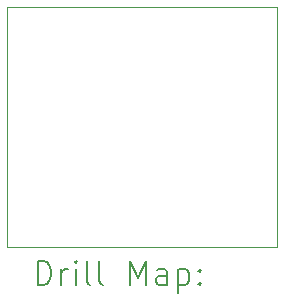
<source format=gbr>
%TF.GenerationSoftware,KiCad,Pcbnew,7.0.7*%
%TF.CreationDate,2023-09-08T00:57:49+01:00*%
%TF.ProjectId,psram-pmod,70737261-6d2d-4706-9d6f-642e6b696361,A*%
%TF.SameCoordinates,Original*%
%TF.FileFunction,Drillmap*%
%TF.FilePolarity,Positive*%
%FSLAX45Y45*%
G04 Gerber Fmt 4.5, Leading zero omitted, Abs format (unit mm)*
G04 Created by KiCad (PCBNEW 7.0.7) date 2023-09-08 00:57:49*
%MOMM*%
%LPD*%
G01*
G04 APERTURE LIST*
%ADD10C,0.100000*%
%ADD11C,0.200000*%
G04 APERTURE END LIST*
D10*
X7112000Y-7112000D02*
X9398000Y-7112000D01*
X9398000Y-9144000D01*
X7112000Y-9144000D01*
X7112000Y-7112000D01*
D11*
X7367777Y-9460484D02*
X7367777Y-9260484D01*
X7367777Y-9260484D02*
X7415396Y-9260484D01*
X7415396Y-9260484D02*
X7443967Y-9270008D01*
X7443967Y-9270008D02*
X7463015Y-9289055D01*
X7463015Y-9289055D02*
X7472539Y-9308103D01*
X7472539Y-9308103D02*
X7482062Y-9346198D01*
X7482062Y-9346198D02*
X7482062Y-9374770D01*
X7482062Y-9374770D02*
X7472539Y-9412865D01*
X7472539Y-9412865D02*
X7463015Y-9431912D01*
X7463015Y-9431912D02*
X7443967Y-9450960D01*
X7443967Y-9450960D02*
X7415396Y-9460484D01*
X7415396Y-9460484D02*
X7367777Y-9460484D01*
X7567777Y-9460484D02*
X7567777Y-9327150D01*
X7567777Y-9365246D02*
X7577301Y-9346198D01*
X7577301Y-9346198D02*
X7586824Y-9336674D01*
X7586824Y-9336674D02*
X7605872Y-9327150D01*
X7605872Y-9327150D02*
X7624920Y-9327150D01*
X7691586Y-9460484D02*
X7691586Y-9327150D01*
X7691586Y-9260484D02*
X7682062Y-9270008D01*
X7682062Y-9270008D02*
X7691586Y-9279531D01*
X7691586Y-9279531D02*
X7701110Y-9270008D01*
X7701110Y-9270008D02*
X7691586Y-9260484D01*
X7691586Y-9260484D02*
X7691586Y-9279531D01*
X7815396Y-9460484D02*
X7796348Y-9450960D01*
X7796348Y-9450960D02*
X7786824Y-9431912D01*
X7786824Y-9431912D02*
X7786824Y-9260484D01*
X7920158Y-9460484D02*
X7901110Y-9450960D01*
X7901110Y-9450960D02*
X7891586Y-9431912D01*
X7891586Y-9431912D02*
X7891586Y-9260484D01*
X8148729Y-9460484D02*
X8148729Y-9260484D01*
X8148729Y-9260484D02*
X8215396Y-9403341D01*
X8215396Y-9403341D02*
X8282062Y-9260484D01*
X8282062Y-9260484D02*
X8282062Y-9460484D01*
X8463015Y-9460484D02*
X8463015Y-9355722D01*
X8463015Y-9355722D02*
X8453491Y-9336674D01*
X8453491Y-9336674D02*
X8434444Y-9327150D01*
X8434444Y-9327150D02*
X8396348Y-9327150D01*
X8396348Y-9327150D02*
X8377301Y-9336674D01*
X8463015Y-9450960D02*
X8443967Y-9460484D01*
X8443967Y-9460484D02*
X8396348Y-9460484D01*
X8396348Y-9460484D02*
X8377301Y-9450960D01*
X8377301Y-9450960D02*
X8367777Y-9431912D01*
X8367777Y-9431912D02*
X8367777Y-9412865D01*
X8367777Y-9412865D02*
X8377301Y-9393817D01*
X8377301Y-9393817D02*
X8396348Y-9384293D01*
X8396348Y-9384293D02*
X8443967Y-9384293D01*
X8443967Y-9384293D02*
X8463015Y-9374770D01*
X8558253Y-9327150D02*
X8558253Y-9527150D01*
X8558253Y-9336674D02*
X8577301Y-9327150D01*
X8577301Y-9327150D02*
X8615396Y-9327150D01*
X8615396Y-9327150D02*
X8634444Y-9336674D01*
X8634444Y-9336674D02*
X8643967Y-9346198D01*
X8643967Y-9346198D02*
X8653491Y-9365246D01*
X8653491Y-9365246D02*
X8653491Y-9422389D01*
X8653491Y-9422389D02*
X8643967Y-9441436D01*
X8643967Y-9441436D02*
X8634444Y-9450960D01*
X8634444Y-9450960D02*
X8615396Y-9460484D01*
X8615396Y-9460484D02*
X8577301Y-9460484D01*
X8577301Y-9460484D02*
X8558253Y-9450960D01*
X8739205Y-9441436D02*
X8748729Y-9450960D01*
X8748729Y-9450960D02*
X8739205Y-9460484D01*
X8739205Y-9460484D02*
X8729682Y-9450960D01*
X8729682Y-9450960D02*
X8739205Y-9441436D01*
X8739205Y-9441436D02*
X8739205Y-9460484D01*
X8739205Y-9336674D02*
X8748729Y-9346198D01*
X8748729Y-9346198D02*
X8739205Y-9355722D01*
X8739205Y-9355722D02*
X8729682Y-9346198D01*
X8729682Y-9346198D02*
X8739205Y-9336674D01*
X8739205Y-9336674D02*
X8739205Y-9355722D01*
M02*

</source>
